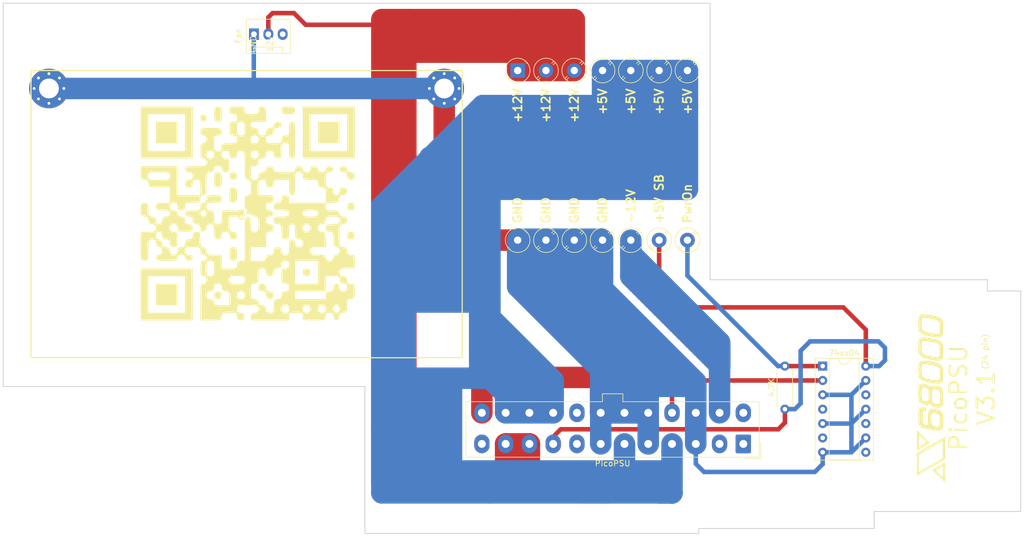
<source format=kicad_pcb>
(kicad_pcb (version 20240108) (generator "pcbnew") (generator_version "8.0")
  (layers (0 "F.Cu" signal) (31 "B.Cu" signal) (34 "B.Paste" user) (35 "F.Paste" user) (36 "B.SilkS" user "B.Silkscreen") (37 "F.SilkS" user "F.Silkscreen") (38 "B.Mask" user) (39 "F.Mask" user) (44 "Edge.Cuts" user))
  (net 0 "")
  (footprint "Package_DIP:DIP-14_W7.62mm_Socket" (layer "F.Cu") (at 200.9 114.28)
    (property "Reference" "74xx04" (at 3.81 -2.33 0) (layer "F.SilkS"))
    (property "Value" "DIP-14_W7.62mm_Socket" (hide yes))
    (pad "1" thru_hole rect (at 0 0) (size 1.6 1.6) (drill 0.8) (layers "*.Cu" "*.Mask"))
    (pad "2" thru_hole oval (at 0 2.54) (size 1.6 1.6) (drill 0.8) (layers "*.Cu" "*.Mask"))
    (pad "3" thru_hole oval (at 0 5.08) (size 1.6 1.6) (drill 0.8) (layers "*.Cu" "*.Mask"))
    (pad "4" thru_hole oval (at 0 7.62) (size 1.6 1.6) (drill 0.8) (layers "*.Cu" "*.Mask"))
    (pad "5" thru_hole oval (at 0 10.16) (size 1.6 1.6) (drill 0.8) (layers "*.Cu" "*.Mask"))
    (pad "6" thru_hole oval (at 0 12.7) (size 1.6 1.6) (drill 0.8) (layers "*.Cu" "*.Mask"))
    (pad "7" thru_hole oval (at 0 15.24) (size 1.6 1.6) (drill 0.8) (layers "*.Cu" "*.Mask"))
    (pad "8" thru_hole oval (at 7.62 15.24) (size 1.6 1.6) (drill 0.8) (layers "*.Cu" "*.Mask"))
    (pad "9" thru_hole oval (at 7.62 12.7) (size 1.6 1.6) (drill 0.8) (layers "*.Cu" "*.Mask"))
    (pad "10" thru_hole oval (at 7.62 10.16) (size 1.6 1.6) (drill 0.8) (layers "*.Cu" "*.Mask"))
    (pad "11" thru_hole oval (at 7.62 7.62) (size 1.6 1.6) (drill 0.8) (layers "*.Cu" "*.Mask"))
    (pad "12" thru_hole oval (at 7.62 5.08) (size 1.6 1.6) (drill 0.8) (layers "*.Cu" "*.Mask"))
    (pad "13" thru_hole oval (at 7.62 2.54) (size 1.6 1.6) (drill 0.8) (layers "*.Cu" "*.Mask"))
    (pad "14" thru_hole oval (at 7.62 0) (size 1.6 1.6) (drill 0.8) (layers "*.Cu" "*.Mask"))
  )
  (footprint "Resistor_THT:R_Axial_DIN0207_L6.3mm_D2.5mm_P7.62mm_Horizontal" (layer "F.Cu") (at 194.223555 121.890562 90)
    (property "Reference" "4.7K" (at 3.81 -2.37 90) (layer "F.SilkS"))
    (property "Value" "R_Axial_DIN0207_L6.3mm_D2.5mm_P7.62mm_Horizontal" (hide yes))
    (pad "1" thru_hole circle (at 0 0 90) (size 1.6 1.6) (drill 0.8) (layers "*.Cu" "*.Mask"))
    (pad "2" thru_hole oval (at 7.62 0 90) (size 1.6 1.6) (drill 0.8) (layers "*.Cu" "*.Mask"))
  )
  (footprint "MountingHole:MountingHole_2.7mm" (layer "F.Cu") (at 178.5 52.5)
    (property "Reference" "REF**" (hide yes))
    (property "Value" "MountingHole_2.7mm" (hide yes))
    (pad "" np_thru_hole circle (at 0 0) (size 2.7 2.7) (drill 2.7) (layers "*.Cu" "*.Mask"))
  )
  (footprint "MountingHole:MountingHole_2.7mm" (layer "F.Cu") (at 124 141.5)
    (property "Reference" "REF**" (hide yes))
    (property "Value" "MountingHole_2.7mm" (hide yes))
    (pad "" np_thru_hole circle (at 0 0) (size 2.7 2.7) (drill 2.7) (layers "*.Cu" "*.Mask"))
  )
  (footprint "MountingHole:MountingHole_2.7mm" (layer "F.Cu") (at 233.5 126)
    (property "Reference" "REF**" (hide yes))
    (property "Value" "MountingHole_2.7mm" (hide yes))
    (pad "" np_thru_hole circle (at 0 0) (size 2.7 2.7) (drill 2.7) (layers "*.Cu" "*.Mask"))
  )
  (footprint "LOGO:X68000_Logo" (layer "F.Cu") (at 220 120 90)
    (property "Reference" "G***" (hide yes))
    (property "Value" "LOGO" (hide yes))
  )
  (footprint "TerminalBlock_Phoenix:TerminalBlock_Phoenix_PT-1,5-7-5.0-H_1x07_P5.00mm_Matt" (layer "F.Cu") (at 147 62)
    (property "Reference" "REF**" (hide yes))
    (property "Value" "TerminalBlock_Phoenix_PT-1,5-7-5.0-H_1x07_P5.00mm_Matt" (hide yes))
    (pad "1" thru_hole rect (at 0 0) (size 2.6 2.6) (drill 1.3) (layers "*.Cu" "*.Mask"))
    (pad "2" thru_hole circle (at 5 0) (size 2.6 2.6) (drill 1.3) (layers "*.Cu" "*.Mask"))
    (pad "3" thru_hole circle (at 10 0) (size 2.6 2.6) (drill 1.3) (layers "*.Cu" "*.Mask"))
    (pad "4" thru_hole circle (at 15 0) (size 2.6 2.6) (drill 1.3) (layers "*.Cu" "*.Mask"))
    (pad "5" thru_hole circle (at 20 0) (size 2.6 2.6) (drill 1.3) (layers "*.Cu" "*.Mask"))
    (pad "6" thru_hole circle (at 25 0) (size 2.6 2.6) (drill 1.3) (layers "*.Cu" "*.Mask"))
    (pad "7" thru_hole circle (at 30 0) (size 2.6 2.6) (drill 1.3) (layers "*.Cu" "*.Mask"))
  )
  (footprint "TerminalBlock_Phoenix:TerminalBlock_Phoenix_PT-1,5-7-5.0-H_1x07_P5.00mm_Matt" (layer "F.Cu") (at 147 92)
    (property "Reference" "REF**" (hide yes))
    (property "Value" "TerminalBlock_Phoenix_PT-1,5-7-5.0-H_1x07_P5.00mm_Matt" (hide yes))
    (pad "1" thru_hole rect (at 0 0) (size 2.6 2.6) (drill 1.3) (layers "*.Cu" "*.Mask"))
    (pad "2" thru_hole circle (at 5 0) (size 2.6 2.6) (drill 1.3) (layers "*.Cu" "*.Mask"))
    (pad "3" thru_hole circle (at 10 0) (size 2.6 2.6) (drill 1.3) (layers "*.Cu" "*.Mask"))
    (pad "4" thru_hole circle (at 15 0) (size 2.6 2.6) (drill 1.3) (layers "*.Cu" "*.Mask"))
    (pad "5" thru_hole circle (at 20 0) (size 2.6 2.6) (drill 1.3) (layers "*.Cu" "*.Mask"))
    (pad "6" thru_hole circle (at 25 0) (size 2.6 2.6) (drill 1.3) (layers "*.Cu" "*.Mask"))
    (pad "7" thru_hole circle (at 30 0) (size 2.6 2.6) (drill 1.3) (layers "*.Cu" "*.Mask"))
  )
  (footprint "MountingHole:MountingHole_3.5mm" (layer "F.Cu") (at 64.175 109.625)
    (property "Reference" "REF**" (hide yes))
    (property "Value" "MountingHole_3.5mm" (hide yes))
    (pad "" np_thru_hole circle (at 0 0) (size 3.5 3.5) (drill 3.5) (layers "*.Cu" "*.Mask"))
  )
  (footprint "MountingHole:MountingHole_3.5mm" (layer "F.Cu") (at 134.025 109.625)
    (property "Reference" "REF**" (hide yes))
    (property "Value" "MountingHole_3.5mm" (hide yes))
    (pad "" np_thru_hole circle (at 0 0) (size 3.5 3.5) (drill 3.5) (layers "*.Cu" "*.Mask"))
  )
  (footprint "MountingHole:MountingHole_3.5mm_Pad_Via" (layer "F.Cu") (at 64.175 65.175)
    (property "Reference" "REF**" (hide yes))
    (property "Value" "MountingHole_3.5mm_Pad_Via" (hide yes))
    (pad "1" thru_hole circle (at -2.625 0) (size 0.8 0.8) (drill 0.5) (layers "*.Cu" "*.Mask"))
    (pad "1" thru_hole circle (at -1.856155 -1.856155) (size 0.8 0.8) (drill 0.5) (layers "*.Cu" "*.Mask"))
    (pad "1" thru_hole circle (at -1.856155 1.856155) (size 0.8 0.8) (drill 0.5) (layers "*.Cu" "*.Mask"))
    (pad "1" thru_hole circle (at 0 -2.625) (size 0.8 0.8) (drill 0.5) (layers "*.Cu" "*.Mask"))
    (pad "1" thru_hole circle (at 0 0) (size 7 7) (drill 3.5) (layers "*.Cu" "*.Mask"))
    (pad "1" thru_hole circle (at 0 2.625) (size 0.8 0.8) (drill 0.5) (layers "*.Cu" "*.Mask"))
    (pad "1" thru_hole circle (at 1.856155 -1.856155) (size 0.8 0.8) (drill 0.5) (layers "*.Cu" "*.Mask"))
    (pad "1" thru_hole circle (at 1.856155 1.856155) (size 0.8 0.8) (drill 0.5) (layers "*.Cu" "*.Mask"))
    (pad "1" thru_hole circle (at 2.625 0) (size 0.8 0.8) (drill 0.5) (layers "*.Cu" "*.Mask"))
  )
  (footprint "MountingHole:MountingHole_3.5mm_Pad_Via" (layer "F.Cu") (at 134.025 65.175)
    (property "Reference" "REF**" (hide yes))
    (property "Value" "MountingHole_3.5mm_Pad_Via" (hide yes))
    (pad "1" thru_hole circle (at -2.625 0) (size 0.8 0.8) (drill 0.5) (layers "*.Cu" "*.Mask"))
    (pad "1" thru_hole circle (at -1.856155 -1.856155) (size 0.8 0.8) (drill 0.5) (layers "*.Cu" "*.Mask"))
    (pad "1" thru_hole circle (at -1.856155 1.856155) (size 0.8 0.8) (drill 0.5) (layers "*.Cu" "*.Mask"))
    (pad "1" thru_hole circle (at 0 -2.625) (size 0.8 0.8) (drill 0.5) (layers "*.Cu" "*.Mask"))
    (pad "1" thru_hole circle (at 0 0) (size 7 7) (drill 3.5) (layers "*.Cu" "*.Mask"))
    (pad "1" thru_hole circle (at 0 2.625) (size 0.8 0.8) (drill 0.5) (layers "*.Cu" "*.Mask"))
    (pad "1" thru_hole circle (at 1.856155 -1.856155) (size 0.8 0.8) (drill 0.5) (layers "*.Cu" "*.Mask"))
    (pad "1" thru_hole circle (at 1.856155 1.856155) (size 0.8 0.8) (drill 0.5) (layers "*.Cu" "*.Mask"))
    (pad "1" thru_hole circle (at 2.625 0) (size 0.8 0.8) (drill 0.5) (layers "*.Cu" "*.Mask"))
  )
  (footprint "Connector_Molex:Molex_Mini-Fit_Jr_5566-24A_2x12_P4.20mm_Vertical" (layer "F.Cu") (at 186.876097 128.039793 180)
    (property "Reference" "PicoPSU" (at 23.1 -3.45 0) (layer "F.SilkS"))
    (property "Value" "Molex_Mini-Fit_Jr_5566-24A_2x12_P4.20mm_Vertical" (hide yes))
    (pad "1" thru_hole roundrect (at 0 0 180) (size 2.7 3.3) (drill 1.4) (layers "*.Cu" "*.Mask") (roundrect_rratio 0.092593))
    (pad "2" thru_hole oval (at 4.2 0 180) (size 2.7 3.3) (drill 1.4) (layers "*.Cu" "*.Mask"))
    (pad "3" thru_hole oval (at 8.4 0 180) (size 2.7 3.3) (drill 1.4) (layers "*.Cu" "*.Mask"))
    (pad "4" thru_hole oval (at 12.6 0 180) (size 2.7 3.3) (drill 1.4) (layers "*.Cu" "*.Mask"))
    (pad "5" thru_hole oval (at 16.8 0 180) (size 2.7 3.3) (drill 1.4) (layers "*.Cu" "*.Mask"))
    (pad "6" thru_hole oval (at 21 0 180) (size 2.7 3.3) (drill 1.4) (layers "*.Cu" "*.Mask"))
    (pad "7" thru_hole oval (at 25.2 0 180) (size 2.7 3.3) (drill 1.4) (layers "*.Cu" "*.Mask"))
    (pad "8" thru_hole oval (at 29.4 0 180) (size 2.7 3.3) (drill 1.4) (layers "*.Cu" "*.Mask"))
    (pad "9" thru_hole oval (at 33.6 0 180) (size 2.7 3.3) (drill 1.4) (layers "*.Cu" "*.Mask"))
    (pad "10" thru_hole oval (at 37.8 0 180) (size 2.7 3.3) (drill 1.4) (layers "*.Cu" "*.Mask"))
    (pad "11" thru_hole oval (at 42 0 180) (size 2.7 3.3) (drill 1.4) (layers "*.Cu" "*.Mask"))
    (pad "12" thru_hole oval (at 46.2 0 180) (size 2.7 3.3) (drill 1.4) (layers "*.Cu" "*.Mask"))
    (pad "13" thru_hole oval (at 0 5.5 180) (size 2.7 3.3) (drill 1.4) (layers "*.Cu" "*.Mask"))
    (pad "14" thru_hole oval (at 4.2 5.5 180) (size 2.7 3.3) (drill 1.4) (layers "*.Cu" "*.Mask"))
    (pad "15" thru_hole oval (at 8.4 5.5 180) (size 2.7 3.3) (drill 1.4) (layers "*.Cu" "*.Mask"))
    (pad "16" thru_hole oval (at 12.6 5.5 180) (size 2.7 3.3) (drill 1.4) (layers "*.Cu" "*.Mask"))
    (pad "17" thru_hole oval (at 16.8 5.5 180) (size 2.7 3.3) (drill 1.4) (layers "*.Cu" "*.Mask"))
    (pad "18" thru_hole oval (at 21 5.5 180) (size 2.7 3.3) (drill 1.4) (layers "*.Cu" "*.Mask"))
    (pad "19" thru_hole oval (at 25.2 5.5 180) (size 2.7 3.3) (drill 1.4) (layers "*.Cu" "*.Mask"))
    (pad "20" thru_hole oval (at 29.4 5.5 180) (size 2.7 3.3) (drill 1.4) (layers "*.Cu" "*.Mask"))
    (pad "21" thru_hole oval (at 33.6 5.5 180) (size 2.7 3.3) (drill 1.4) (layers "*.Cu" "*.Mask"))
    (pad "22" thru_hole oval (at 37.8 5.5 180) (size 2.7 3.3) (drill 1.4) (layers "*.Cu" "*.Mask"))
    (pad "23" thru_hole oval (at 42 5.5 180) (size 2.7 3.3) (drill 1.4) (layers "*.Cu" "*.Mask"))
    (pad "24" thru_hole oval (at 46.2 5.5 180) (size 2.7 3.3) (drill 1.4) (layers "*.Cu" "*.Mask"))
  )
  (footprint "MountingHole:MountingHole_2.7mm" (layer "F.Cu") (at 58.5 52.5)
    (property "Reference" "REF**" (hide yes))
    (property "Value" "MountingHole_2.7mm" (hide yes))
    (pad "" np_thru_hole circle (at 0 0) (size 2.7 2.7) (drill 2.7) (layers "*.Cu" "*.Mask"))
  )
  (footprint "KiCad:QR_CODE" (layer "F.Cu") (at 99.8474 87.5538)
    (property "Reference" "G***" (at 0 0 0) (layer "F.SilkS") (effects (font (size 1.524 1.524) (thickness 0.3))))
    (property "Value" "LOGO" (hide yes))
  )
  (footprint "Connector:FanPinHeader_1x03_P2.54mm_Vertical" (layer "F.Cu") (at 100.39757 55.569064)
    (property "Reference" "Fan" (at -2.743605 0.302433 90) (layer "F.SilkS"))
    (property "Value" "FanPinHeader_1x03_P2.54mm_Vertical")
    (pad "1" thru_hole rect (at 0 0 90) (size 2.03 1.73) (drill 1.02) (layers "*.Cu" "*.Mask"))
    (pad "2" thru_hole oval (at 2.54 0 90) (size 2.03 1.73) (drill 1.02) (layers "*.Cu" "*.Mask"))
    (pad "3" thru_hole oval (at 5.08 0 90) (size 2.03 1.73) (drill 1.02) (layers "*.Cu" "*.Mask"))
  )
  (gr_line (start 61 62) (end 61 112.8) (stroke (width 0.2)) (layer "F.SilkS"))
  (gr_line (start 137.2 62) (end 137.2 112.8) (stroke (width 0.2)) (layer "F.SilkS"))
  (gr_line (start 61 62) (end 137.2 62) (stroke (width 0.2)) (layer "F.SilkS"))
  (gr_line (start 61 112.8) (end 137.2 112.8) (stroke (width 0.2)) (layer "F.SilkS"))
  (gr_line (start 120 117.9) (end 120 143.9) (stroke (width 0.15)) (layer "Edge.Cuts"))
  (gr_line (start 56.1 117.9) (end 120 117.9) (stroke (width 0.15)) (layer "Edge.Cuts"))
  (gr_line (start 181 99) (end 230 99) (stroke (width 0.15)) (layer "Edge.Cuts"))
  (gr_line (start 235.9 101) (end 235.9 140) (stroke (width 0.15)) (layer "Edge.Cuts"))
  (gr_line (start 210 140) (end 235.9 140) (stroke (width 0.15)) (layer "Edge.Cuts"))
  (gr_line (start 230 99) (end 230 101) (stroke (width 0.15)) (layer "Edge.Cuts"))
  (gr_line (start 230 101) (end 235.9 101) (stroke (width 0.15)) (layer "Edge.Cuts"))
  (gr_line (start 179 143) (end 210 143) (stroke (width 0.15)) (layer "Edge.Cuts"))
  (gr_line (start 179 143) (end 179 143.9) (stroke (width 0.15)) (layer "Edge.Cuts"))
  (gr_line (start 210 140) (end 210 143) (stroke (width 0.15)) (layer "Edge.Cuts"))
  (gr_line (start 56.1 50.1) (end 181 50.1) (stroke (width 0.15)) (layer "Edge.Cuts"))
  (gr_line (start 181 50.1) (end 181 99) (stroke (width 0.15)) (layer "Edge.Cuts"))
  (gr_line (start 120 143.9) (end 179 143.9) (stroke (width 0.15)) (layer "Edge.Cuts"))
  (gr_line (start 56.1 50.1) (end 56.1 117.9) (stroke (width 0.15)) (layer "Edge.Cuts"))
  (gr_text "GND" (at 147 89.2 90) (layer "F.SilkS") (effects (font (size 1.5 1.5) (thickness 0.3)) (justify left)))
  (gr_text "+5V" (at 162 65 90) (layer "F.SilkS") (effects (font (size 1.5 1.5) (thickness 0.3)) (justify right)))
  (gr_text "+5V" (at 177 65 90) (layer "F.SilkS") (effects (font (size 1.5 1.5) (thickness 0.3)) (justify right)))
  (gr_text "PwrOn" (at 177 89.2 90) (layer "F.SilkS") (effects (font (size 1.5 1.5) (thickness 0.3)) (justify left)))
  (gr_text "+12V" (at 147 65 90) (layer "F.SilkS") (effects (font (size 1.5 1.5) (thickness 0.3)) (justify right)))
  (gr_text "GND" (at 162 89.2 90) (layer "F.SilkS") (effects (font (size 1.5 1.5) (thickness 0.3)) (justify left)))
  (gr_text "GND" (at 100.3046 57.3278 90) (layer "F.SilkS") (effects (font (size 1 1))))
  (gr_text "+12V" (at 157 65 90) (layer "F.SilkS") (effects (font (size 1.5 1.5) (thickness 0.3)) (justify right)))
  (gr_text "+5V" (at 172 65 90) (layer "F.SilkS") (effects (font (size 1.5 1.5) (thickness 0.3)) (justify right)))
  (gr_text "+12V" (at 152 65 90) (layer "F.SilkS") (effects (font (size 1.5 1.5) (thickness 0.3)) (justify right)))
  (gr_text "(24 pin)" (at 229.624836 111.711558 90) (layer "F.SilkS") (effects (font (size 1 1))))
  (gr_text "PicoPSU\nV3.1" (at 227.33 119.888 90) (layer "F.SilkS") (effects (font (size 3 3) (thickness 0.375))))
  (gr_text "+5V SB" (at 172 89.2 90) (layer "F.SilkS") (effects (font (size 1.5 1.5) (thickness 0.3)) (justify left)))
  (gr_text "GND" (at 157 89.2 90) (layer "F.SilkS") (effects (font (size 1.5 1.5) (thickness 0.3)) (justify left)))
  (gr_text "+5V" (at 167 65 90) (layer "F.SilkS") (effects (font (size 1.5 1.5) (thickness 0.3)) (justify right)))
  (gr_text "12V\n" (at 103.2256 57.2516 90) (layer "F.SilkS") (effects (font (size 1 1))))
  (gr_text "GND" (at 152 89.2 90) (layer "F.SilkS") (effects (font (size 1.5 1.5) (thickness 0.3)) (justify left)))
  (gr_text "-12V" (at 167 89.2 90) (layer "F.SilkS") (effects (font (size 1.5 1.5) (thickness 0.3)) (justify left)))
  (segment (start 157 58.8) (end 147 58.8) (width 3.5) (layer "F.Cu") (net 0))
  (segment (start 123 58.9) (end 157 58.9) (width 3.5) (layer "F.Cu") (net 0))
  (segment (start 170.084284 118.766944) (end 161.684284 118.766944) (width 3.8) (layer "F.Cu") (net 0))
  (segment (start 153.276097 126.789522) (end 154.615619 125.45) (width 0.8) (layer "F.Cu") (net 0))
  (segment (start 194.223555 124.287015) (end 194.223555 121.890562) (width 0.8) (layer "F.Cu") (net 0))
  (segment (start 170.034358 116.270638) (end 170.023706 116.28129) (width 3.8) (layer "F.Cu") (net 0))
  (segment (start 125.7 132.87592) (end 125.7 123.960096) (width 3.8) (layer "F.Cu") (net 0))
  (segment (start 172 98.765422) (end 177.127769 103.893191) (width 0.8) (layer "F.Cu") (net 0))
  (segment (start 157 62) (end 147 62) (width 3.8) (layer "F.Cu") (net 0))
  (segment (start 147 55.9) (end 146.9 55.8) (width 0.25) (layer "F.Cu") (net 0))
  (segment (start 107.474049 51.845665) (end 109.537344 53.90896) (width 0.8) (layer "F.Cu") (net 0))
  (segment (start 157 62) (end 157 53) (width 3.8) (layer "F.Cu") (net 0))
  (segment (start 109.537344 53.90896) (end 122.09104 53.90896) (width 0.8) (layer "F.Cu") (net 0))
  (segment (start 125.7 123.960096) (end 134.848707 133.108803) (width 3.8) (layer "F.Cu") (net 0))
  (segment (start 204.556615 103.893191) (end 208.52 107.856576) (width 0.8) (layer "F.Cu") (net 0))
  (segment (start 141.01664 116.28129) (end 140.676097 116.621833) (width 3.8) (layer "F.Cu") (net 0))
  (segment (start 123 55.8) (end 157 55.8) (width 3.5) (layer "F.Cu") (net 0))
  (segment (start 151.9 54.9) (end 152 55) (width 0.25) (layer "F.Cu") (net 0))
  (segment (start 134.848707 133.108803) (end 143.46384 133.108803) (width 3.8) (layer "F.Cu") (net 0))
  (segment (start 176.650778 116.82) (end 174.276097 119.194681) (width 0.8) (layer "F.Cu") (net 0))
  (segment (start 146.819675 134.695652) (end 149.076097 132.43923) (width 3.8) (layer "F.Cu") (net 0))
  (segment (start 194.232993 114.28) (end 194.223555 114.270562) (width 0.8) (layer "F.Cu") (net 0))
  (segment (start 161.676097 122.539793) (end 161.657867 122.521563) (width 3.8) (layer "F.Cu") (net 0))
  (segment (start 149.076097 132.43923) (end 149.076097 128.039793) (width 3.8) (layer "F.Cu") (net 0))
  (segment (start 153.276097 128.039793) (end 153.276097 126.789522) (width 0.8) (layer "F.Cu") (net 0))
  (segment (start 125.7 132.87592) (end 125.7 53) (width 3.5) (layer "F.Cu") (net 0))
  (segment (start 147 62) (end 147 53) (width 3.8) (layer "F.Cu") (net 0))
  (segment (start 152 53) (end 152 62) (width 3.5) (layer "F.Cu") (net 0))
  (segment (start 170.076097 116.312377) (end 170.034358 116.270638) (width 3.8) (layer "F.Cu") (net 0))
  (segment (start 165.876097 122.539793) (end 165.896038 122.519852) (width 3.8) (layer "F.Cu") (net 0))
  (segment (start 177.127769 103.893191) (end 204.556615 103.893191) (width 0.8) (layer "F.Cu") (net 0))
  (segment (start 144.876097 128.039793) (end 144.876097 131.696546) (width 3.8) (layer "F.Cu") (net 0))
  (segment (start 123.002913 125.451763) (end 132.15162 134.60047) (width 3.8) (layer "F.Cu") (net 0))
  (segment (start 174.276097 119.194681) (end 174.276097 122.539793) (width 0.8) (layer "F.Cu") (net 0))
  (segment (start 170.076097 122.539793) (end 170.076097 116.312377) (width 3.8) (layer "F.Cu") (net 0))
  (segment (start 200.9 116.82) (end 176.650778 116.82) (width 0.8) (layer "F.Cu") (net 0))
  (segment (start 170.076097 122.539793) (end 161.676097 122.539793) (width 3.8) (layer "F.Cu") (net 0))
  (segment (start 149.076097 128.039793) (end 144.876097 128.039793) (width 3.8) (layer "F.Cu") (net 0))
  (segment (start 140.676097 116.621833) (end 140.676097 122.539793) (width 3.8) (layer "F.Cu") (net 0))
  (segment (start 170.023706 116.28129) (end 141.01664 116.28129) (width 3.8) (layer "F.Cu") (net 0))
  (segment (start 134.025 88.642716) (end 134.025 65.175) (width 3.8) (layer "F.Cu") (net 0))
  (segment (start 162 92) (end 137.382284 92) (width 3.8) (layer "F.Cu") (net 0))
  (segment (start 103.684185 51.845665) (end 107.474049 51.845665) (width 0.8) (layer "F.Cu") (net 0))
  (segment (start 102.93757 55.569064) (end 102.93757 52.59228) (width 0.8) (layer "F.Cu") (net 0))
  (segment (start 172 92) (end 172 98.765422) (width 0.8) (layer "F.Cu") (net 0))
  (segment (start 123 53) (end 123 134.695332) (width 3.8) (layer "F.Cu") (net 0))
  (segment (start 157 53) (end 123 53) (width 3.8) (layer "F.Cu") (net 0))
  (segment (start 128.140712 53.140712) (end 128 53) (width 3.8) (layer "F.Cu") (net 0))
  (segment (start 165.896038 122.519852) (end 165.896038 116.28129) (width 3.8) (layer "F.Cu") (net 0))
  (segment (start 137.382284 92) (end 134.025 88.642716) (width 3.8) (layer "F.Cu") (net 0))
  (segment (start 144.876097 131.696546) (end 148.333413 131.696546) (width 3.8) (layer "F.Cu") (net 0))
  (segment (start 102.93757 52.59228) (end 103.684185 51.845665) (width 0.8) (layer "F.Cu") (net 0))
  (segment (start 143.46384 133.108803) (end 144.876097 131.696546) (width 3.8) (layer "F.Cu") (net 0))
  (segment (start 161.657867 122.521563) (end 161.657867 116.28129) (width 3.8) (layer "F.Cu") (net 0))
  (segment (start 123 134.695332) (end 123.00032 134.695652) (width 3.8) (layer "F.Cu") (net 0))
  (segment (start 127.384497 133.420018) (end 127.384497 53.544098) (width 3.5) (layer "F.Cu") (net 0))
  (segment (start 200.9 114.28) (end 194.232993 114.28) (width 0.8) (layer "F.Cu") (net 0))
  (segment (start 193.2 125.4) (end 193.228734 125.371266) (width 0.25) (layer "F.Cu") (net 0))
  (segment (start 208.52 107.856576) (end 208.52 114.28) (width 0.8) (layer "F.Cu") (net 0))
  (segment (start 193.06057 125.45) (end 194.223555 124.287015) (width 0.8) (layer "F.Cu") (net 0))
  (segment (start 154.615619 125.45) (end 193.06057 125.45) (width 0.8) (layer "F.Cu") (net 0))
  (segment (start 123.00032 134.695652) (end 146.819675 134.695652) (width 3.8) (layer "F.Cu") (net 0))
  (segment (start 162 64.9) (end 177 64.9) (width 3.5) (layer "B.Cu") (net 0))
  (segment (start 125.7 83.2) (end 125.7 135.2) (width 3.5) (layer "B.Cu") (net 0))
  (segment (start 131.4 77.2) (end 131.4 92.3) (width 3.5) (layer "B.Cu") (net 0))
  (segment (start 139 74.2) (end 139 89.3) (width 3.5) (layer "B.Cu") (net 0))
  (segment (start 139 71.2) (end 176.5 71.2) (width 3.5) (layer "B.Cu") (net 0))
  (segment (start 141.1 100.7) (end 126.1 100.7) (width 3.8) (layer "B.Cu") (net 0))
  (segment (start 136.6 74.3) (end 136.6 89.4) (width 3.5) (layer "B.Cu") (net 0))
  (segment (start 178.476097 117.094423) (end 162 100.618326) (width 3.8) (layer "B.Cu") (net 0))
  (segment (start 139.5 69) (end 139.6 69.1) (width 0.25) (layer "B.Cu") (net 0))
  (segment (start 195.994046 121.890562) (end 194.223555 121.890562) (width 0.8) (layer "B.Cu") (net 0))
  (segment (start 139.5 69.757726) (end 141.057726 68.2) (width 3.5) (layer "B.Cu") (net 0))
  (segment (start 177 83) (end 177 62) (width 3.8) (layer "B.Cu") (net 0))
  (segment (start 170.076097 128.039793) (end 170.074026 128.037722) (width 3.8) (layer "B.Cu") (net 0))
  (segment (start 162 68.2) (end 162 62) (width 3.8) (layer "B.Cu") (net 0))
  (segment (start 165.876097 114.237474) (end 152 100.361377) (width 3.8) (layer "B.Cu") (net 0))
  (segment (start 170.054639 122.518335) (end 170.076097 122.539793) (width 3.8) (layer "B.Cu") (net 0))
  (segment (start 135.320385 130.499211) (end 135.320385 118.08851) (width 3.8) (layer "B.Cu") (net 0))
  (segment (start 205.98 124.44) (end 200.9 124.44) (width 0.8) (layer "B.Cu") (net 0))
  (segment (start 100.3681 55.598534) (end 100.3681 65.1431) (width 0.8) (layer "B.Cu") (net 0))
  (segment (start 147.198226 99.271637) (end 161.874328 99.271637) (width 3.8) (layer "B.Cu") (net 0))
  (segment (start 182.676097 110.06105) (end 182.676097 122.539793) (width 3.8) (layer "B.Cu") (net 0))
  (segment (start 144.876097 122.539793) (end 144.876097 116.424232) (width 3.8) (layer "B.Cu") (net 0))
  (segment (start 174.262746 136.725461) (end 172.237285 134.7) (width 3.5) (layer "B.Cu") (net 0))
  (segment (start 167 94.384953) (end 182.676097 110.06105) (width 3.8) (layer "B.Cu") (net 0))
  (segment (start 198.681094 109.9) (end 197 111.581094) (width 0.8) (layer "B.Cu") (net 0))
  (segment (start 208.52 121.9) (end 205.98 124.44) (width 0.8) (layer "B.Cu") (net 0))
  (segment (start 142.230834 108.787039) (end 142.230834 105.794709) (width 3.8) (layer "B.Cu") (net 0))
  (segment (start 182.676097 114.349321) (end 182.719949 114.305469) (width 3.8) (layer "B.Cu") (net 0))
  (segment (start 144.876097 133.943221) (end 142.119318 136.7) (width 3.8) (layer "B.Cu") (net 0))
  (segment (start 147.1483 95.527179) (end 161.824402 95.527179) (width 3.8) (layer "B.Cu") (net 0))
  (segment (start 144.60497 118.921565) (end 153.274006 118.921565) (width 3.8) (layer "B.Cu") (net 0))
  (segment (start 138.6 74.1) (end 176.1 74.1) (width 3.5) (layer "B.Cu") (net 0))
  (segment (start 172.237285 134.7) (end 123 134.7) (width 3.5) (layer "B.Cu") (net 0))
  (segment (start 123 136.7) (end 123 86) (width 3.8) (layer "B.Cu") (net 0))
  (segment (start 161.502055 115.023323) (end 174.138906 115.023323) (width 3.8) (layer "B.Cu") (net 0))
  (segment (start 141.026513 115.343108) (end 140.291575 114.60817) (width 3.8) (layer "B.Cu") (net 0))
  (segment (start 208.52 114.28) (end 210.87656 114.28) (width 0.8) (layer "B.Cu") (net 0))
  (segment (start 178.476097 117.430038) (end 178.476097 119.117263) (width 3.8) (layer "B.Cu") (net 0))
  (segment (start 140.826883 102.941062) (end 125.826883 102.941062) (width 3.8) (layer "B.Cu") (net 0))
  (segment (start 149.076097 122.539793) (end 149.076097 116.758876) (width 3.8) (layer "B.Cu") (net 0))
  (segment (start 153.274006 118.921565) (end 153.276097 118.923656) (width 3.8) (layer "B.Cu") (net 0))
  (segment (start 161.676097 128.039793) (end 161.676097 122.539793) (width 3.8) (layer "B.Cu") (net 0))
  (segment (start 172.000091 136.7) (end 123 136.7) (width 3.8) (layer "B.Cu") (net 0))
  (segment (start 140.6 91.8) (end 125.6 91.8) (width 3.8) (layer "B.Cu") (net 0))
  (segment (start 174.138906 115.023323) (end 175.104144 114.058085) (width 3.8) (layer "B.Cu") (net 0))
  (segment (start 162.986456 136.7) (end 165.876097 133.810359) (width 3.8) (layer "B.Cu") (net 0))
  (segment (start 139.1 79.9) (end 176.6 79.9) (width 3.5) (layer "B.Cu") (net 0))
  (segment (start 153.276097 116.839972) (end 142.1 105.663875) (width 3.8) (layer "B.Cu") (net 0))
  (segment (start 122.5 132.2) (end 123 132.7) (width 0.25) (layer "B.Cu") (net 0))
  (segment (start 161.676097 114.905268) (end 147 100.229171) (width 3.8) (layer "B.Cu") (net 0))
  (segment (start 199.514842 133) (end 179.928928 133) (width 0.8) (layer "B.Cu") (net 0))
  (segment (start 142.119318 136.7) (end 141.931975 136.7) (width 3.8) (layer "B.Cu") (net 0))
  (segment (start 123 86) (end 140.8 68.2) (width 3.8) (layer "B.Cu") (net 0))
  (segment (start 174.262746 136.725461) (end 172.025552 136.725461) (width 3.8) (layer "B.Cu") (net 0))
  (segment (start 147 92) (end 147.161949 91.838051) (width 3.8) (layer "B.Cu") (net 0))
  (segment (start 158.408798 136.7) (end 162.986456 136.7) (width 3.8) (layer "B.Cu") (net 0))
  (segment (start 161.676097 122.539793) (end 161.697555 122.518335) (width 3.8) (layer "B.Cu") (net 0))
  (segment (start 100.4 65.175) (end 134.025 65.175) (width 3.8) (layer "B.Cu") (net 0))
  (segment (start 162 62) (end 177 62) (width 3.8) (layer "B.Cu") (net 0))
  (segment (start 147 100.229171) (end 147 92) (width 3.8) (layer "B.Cu") (net 0))
  (segment (start 175.104144 114.058085) (end 178.476097 117.430038) (width 3.8) (layer "B.Cu") (net 0))
  (segment (start 127.724232 116.424232) (end 126.7 115.4) (width 3.8) (layer "B.Cu") (net 0))
  (segment (start 205.98 129.52) (end 200.9 129.52) (width 0.8) (layer "B.Cu") (net 0))
  (segment (start 182.719949 114.305469) (end 182.719949 110.704015) (width 3.8) (layer "B.Cu") (net 0))
  (segment (start 178.053666 117.852469) (end 178.476097 117.430038) (width 3.8) (layer "B.Cu") (net 0))
  (segment (start 161.697555 122.518335) (end 170.054639 122.518335) (width 3.8) (layer "B.Cu") (net 0))
  (segment (start 140.8 68.2) (end 141.057726 68.2) (width 3.8) (layer "B.Cu") (net 0))
  (segment (start 133.8 75.2) (end 133.8 90.3) (width 3.5) (layer "B.Cu") (net 0))
  (segment (start 211.9 111.036871) (end 210.763129 109.9) (width 0.8) (layer "B.Cu") (net 0))
  (segment (start 174.262746 136.725461) (end 174.276097 136.71211) (width 3.8) (layer "B.Cu") (net 0))
  (segment (start 144.876097 116.424232) (end 127.724232 116.424232) (width 3.8) (layer "B.Cu") (net 0))
  (segment (start 194.223555 114.270562) (end 193.001172 114.270562) (width 0.8) (layer "B.Cu") (net 0))
  (segment (start 140.4 97.4) (end 125.4 97.4) (width 3.8) (layer "B.Cu") (net 0))
  (segment (start 211.9 113.23362) (end 211.9 111.036871) (width 0.8) (layer "B.Cu") (net 0))
  (segment (start 157 100.718248) (end 157 92) (width 3.8) (layer "B.Cu") (net 0))
  (segment (start 179.928928 133) (end 178.476097 131.547169) (width 0.8) (layer "B.Cu") (net 0))
  (segment (start 197 120.879878) (end 197.002365 120.882243) (width 0.8) (layer "B.Cu") (net 0))
  (segment (start 200.9 129.52) (end 200.9 131.614842) (width 0.8) (layer "B.Cu") (net 0))
  (segment (start 170.074026 122.541864) (end 170.076097 122.539793) (width 3.8) (layer "B.Cu") (net 0))
  (segment (start 167 92) (end 167 94.384953) (width 3.8) (layer "B.Cu") (net 0))
  (segment (start 165.876097 133.810359) (end 165.876097 128.039793) (width 3.8) (layer "B.Cu") (net 0))
  (segment (start 210.763129 109.9) (end 198.681094 109.9) (width 0.8) (layer "B.Cu") (net 0))
  (segment (start 205.98 119.36) (end 200.9 119.36) (width 0.8) (layer "B.Cu") (net 0))
  (segment (start 140.291575 114.60817) (end 144.60497 118.921565) (width 3.8) (layer "B.Cu") (net 0))
  (segment (start 170.076097 122.539793) (end 170.076097 113.794345) (width 3.8) (layer "B.Cu") (net 0))
  (segment (start 174.276097 136.71211) (end 174.276097 128.039793) (width 3.8) (layer "B.Cu") (net 0))
  (segment (start 208.52 114.28) (end 209.65137 114.28) (width 0.25) (layer "B.Cu") (net 0))
  (segment (start 126.7 115.4) (end 127.111083 114.988917) (width 3.8) (layer "B.Cu") (net 0))
  (segment (start 168.877871 118.740044) (end 170.076097 117.541818) (width 3.8) (layer "B.Cu") (net 0))
  (segment (start 142.38223 109.437696) (end 142.482083 109.537549) (width 3.8) (layer "B.Cu") (net 0))
  (segment (start 132.17504 130.5741) (end 132.17504 118.163399) (width 3.8) (layer "B.Cu") (net 0))
  (segment (start 138.5 77.2) (end 176 77.2) (width 3.5) (layer "B.Cu") (net 0))
  (segment (start 152 100.361377) (end 152 92) (width 3.8) (layer "B.Cu") (net 0))
  (segment (start 165.876097 122.539793) (end 165.876097 114.237474) (width 3.8) (layer "B.Cu") (net 0))
  (segment (start 208.52 116.82) (end 205.98 119.36) (width 0.8) (layer "B.Cu") (net 0))
  (segment (start 178.476097 128.039793) (end 178.461612 128.025308) (width 3.8) (layer "B.Cu") (net 0))
  (segment (start 208.52 119.515952) (end 208.52 119.36) (width 0.8) (layer "B.Cu") (net 0))
  (segment (start 178.476097 117.430038) (end 178.033142 116.987083) (width 3.8) (layer "B.Cu") (net 0))
  (segment (start 178.476097 131.547169) (end 178.476097 128.039793) (width 0.8) (layer "B.Cu") (net 0))
  (segment (start 167 98.428968) (end 182.676097 114.105065) (width 3.8) (layer "B.Cu") (net 0))
  (segment (start 178.461612 128.025308) (end 178.461612 122.554278) (width 3.8) (layer "B.Cu") (net 0))
  (segment (start 182.676097 114.105065) (end 182.676097 114.349321) (width 3.8) (layer "B.Cu") (net 0))
  (segment (start 140.291575 103.47637) (end 140.826883 102.941062) (width 3.8) (layer "B.Cu") (net 0))
  (segment (start 162 100.618326) (end 162 92) (width 3.8) (layer "B.Cu") (net 0))
  (segment (start 129.020757 81.274456) (end 129.020757 96.374456) (width 3.5) (layer "B.Cu") (net 0))
  (segment (start 123.300387 132.681446) (end 174.300478 132.681446) (width 3.5) (layer "B.Cu") (net 0))
  (segment (start 147.161949 91.838051) (end 161.838051 91.838051) (width 3.8) (layer "B.Cu") (net 0))
  (segment (start 142.482083 109.537549) (end 142.482083 114.030218) (width 3.8) (layer "B.Cu") (net 0))
  (segment (start 161.676097 122.539793) (end 161.676097 114.905268) (width 3.8) (layer "B.Cu") (net 0))
  (segment (start 142.482083 114.030218) (end 144.876097 116.424232) (width 3.8) (layer "B.Cu") (net 0))
  (segment (start 177 98.26939) (end 177 92) (width 0.8) (layer "B.Cu") (net 0))
  (segment (start 178.033142 116.987083) (end 177.152506 116.987083) (width 3.8) (layer "B.Cu") (net 0))
  (segment (start 178.476097 122.539793) (end 178.476097 117.094423) (width 3.8) (layer "B.Cu") (net 0))
  (segment (start 167 94.384953) (end 167 98.428968) (width 3.8) (layer "B.Cu") (net 0))
  (segment (start 147.660329 115.343108) (end 141.026513 115.343108) (width 3.8) (layer "B.Cu") (net 0))
  (segment (start 210.87656 114.28) (end 211.91147 113.24509) (width 0.8) (layer "B.Cu") (net 0))
  (segment (start 144.876097 122.539793) (end 153.276097 122.539793) (width 3.8) (layer "B.Cu") (net 0))
  (segment (start 127.111083 114.988917) (end 127.111083 102.941062) (width 3.8) (layer "B.Cu") (net 0))
  (segment (start 149.076097 116.758876) (end 147.660329 115.343108) (width 3.8) (layer "B.Cu") (net 0))
  (segment (start 140.9 94.4) (end 125.9 94.4) (width 3.8) (layer "B.Cu") (net 0))
  (segment (start 142.1 105.663875) (end 142.1 69) (width 3.8) (layer "B.Cu") (net 0))
  (segment (start 197 111.581094) (end 197 120.879878) (width 0.8) (layer "B.Cu") (net 0))
  (segment (start 151.66481 118.221015) (end 142.230834 108.787039) (width 3.8) (layer "B.Cu") (net 0))
  (segment (start 128.580361 131.087875) (end 128.580361 118.677174) (width 3.8) (layer "B.Cu") (net 0))
  (segment (start 100.39757 55.569064) (end 100.3681 55.598534) (width 0.8) (layer "B.Cu") (net 0))
  (segment (start 200.9 131.614842) (end 199.514842 133) (width 0.8) (layer "B.Cu") (net 0))
  (segment (start 139.5 83) (end 177 83) (width 3.8) (layer "B.Cu") (net 0))
  (segment (start 197.002365 120.882243) (end 195.994046 121.890562) (width 0.8) (layer "B.Cu") (net 0))
  (segment (start 193.001172 114.270562) (end 177 98.26939) (width 0.8) (layer "B.Cu") (net 0))
  (segment (start 170.074026 128.037722) (end 170.074026 122.541864) (width 3.8) (layer "B.Cu") (net 0))
  (segment (start 162.299185 118.740044) (end 168.877871 118.740044) (width 3.8) (layer "B.Cu") (net 0))
  (segment (start 169.660808 117.852469) (end 178.053666 117.852469) (width 3.8) (layer "B.Cu") (net 0))
  (segment (start 162.1 69.1) (end 162 69) (width 0.25) (layer "B.Cu") (net 0))
  (segment (start 153.276097 122.539793) (end 153.276097 116.839972) (width 3.8) (layer "B.Cu") (net 0))
  (segment (start 205.98 119.36) (end 205.98 129.52) (width 0.8) (layer "B.Cu") (net 0))
  (segment (start 139.5 75.6) (end 139.5 69.757726) (width 3.5) (layer "B.Cu") (net 0))
  (segment (start 162.252033 118.692892) (end 162.299185 118.740044) (width 3.8) (layer "B.Cu") (net 0))
  (segment (start 161.838051 91.838051) (end 162 92) (width 3.8) (layer "B.Cu") (net 0))
  (segment (start 140.291575 114.60817) (end 140.291575 103.47637) (width 3.8) (layer "B.Cu") (net 0))
  (segment (start 64.175 65.175) (end 100.4 65.175) (width 3.8) (layer "B.Cu") (net 0))
  (segment (start 211.91147 113.24509) (end 211.9 113.23362) (width 0.8) (layer "B.Cu") (net 0))
  (segment (start 168.795422 116.987083) (end 169.660808 117.852469) (width 3.8) (layer "B.Cu") (net 0))
  (segment (start 141.057726 68.2) (end 177 68.2) (width 3.8) (layer "B.Cu") (net 0))
  (segment (start 208.52 126.98) (end 205.98 129.52) (width 0.8) (layer "B.Cu") (net 0))
  (segment (start 170.076097 113.794345) (end 157 100.718248) (width 3.8) (layer "B.Cu") (net 0))
  (segment (start 164.7 133.6) (end 164.6 133.7) (width 0.25) (layer "B.Cu") (net 0))
)
</source>
